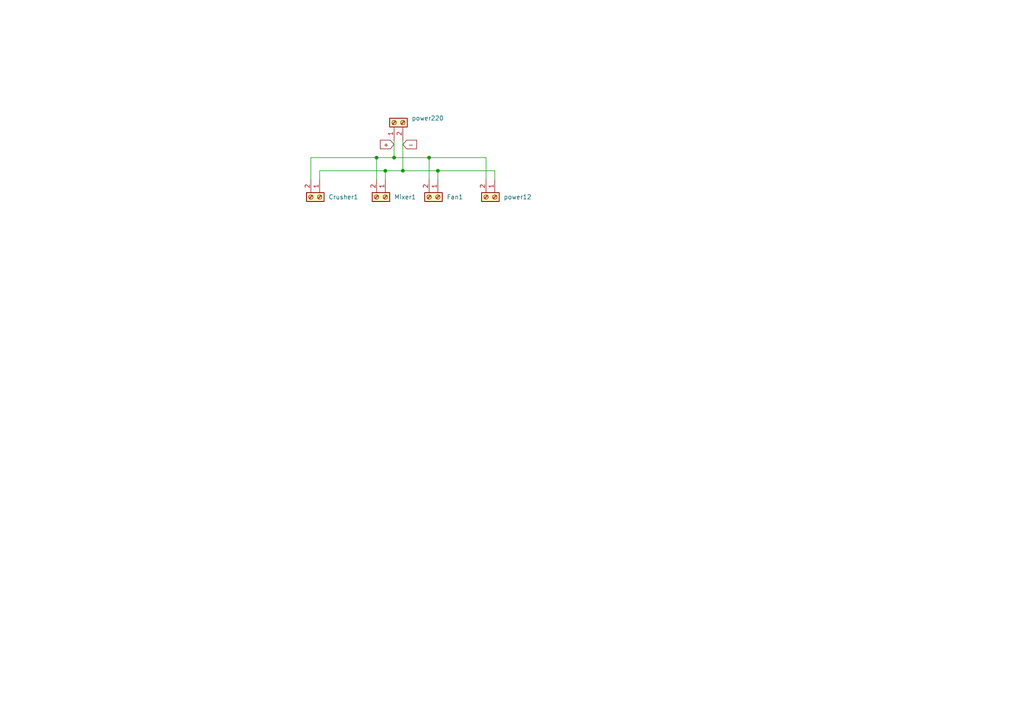
<source format=kicad_sch>
(kicad_sch (version 20230121) (generator eeschema)
  (paper "A4")
  (lib_symbols
    (symbol "Connector:Screw_Terminal_01x02" (pin_names (offset 1.016) hide)
      (property "Reference" "J" (at 0 2.54 0))
      (property "Value" "Screw_Terminal_01x02" (at 0 -5.08 0))
      (symbol "Screw_Terminal_01x02_1_1"
        (rectangle (start -1.27 1.27) (end 1.27 -3.81) (stroke (width 0.254)) (fill (type background)))
        (circle (center 0 -2.54) (radius 0.635) (stroke (width 0.1524)))
        (polyline (pts (xy -0.5334 -2.2098) (xy 0.3302 -3.048)) (stroke (width 0.1524)))
        (polyline (pts (xy -0.5334 0.3302) (xy 0.3302 -0.508)) (stroke (width 0.1524)))
        (polyline (pts (xy -0.3556 -2.032) (xy 0.508 -2.8702)) (stroke (width 0.1524)))
        (polyline (pts (xy -0.3556 0.508) (xy 0.508 -0.3302)) (stroke (width 0.1524)))
        (circle (center 0 0) (radius 0.635) (stroke (width 0.1524)))
        (pin passive line (at -5.08 0 0) (length 3.81) (name "Pin_1") (number "1"))
        (pin passive line (at -5.08 -2.54 0) (length 3.81) (name "Pin_2") (number "2"))
      )
    )
  )
  (junction (at 124.46 45.72))
  (junction (at 111.76 49.53))
  (junction (at 116.84 49.53))
  (junction (at 114.3 45.72))
  (junction (at 109.22 45.72))
  (junction (at 127 49.53))
  (wire (pts (xy 140.97 45.72) (xy 124.46 45.72)))
  (wire (pts (xy 116.84 49.53) (xy 127 49.53)))
  (wire (pts (xy 111.76 49.53) (xy 111.76 52.07)))
  (wire (pts (xy 92.71 52.07) (xy 92.71 49.53)))
  (wire (pts (xy 92.71 49.53) (xy 111.76 49.53)))
  (wire (pts (xy 114.3 45.72) (xy 114.3 40.64)))
  (wire (pts (xy 140.97 52.07) (xy 140.97 45.72)))
  (wire (pts (xy 114.3 45.72) (xy 109.22 45.72)))
  (wire (pts (xy 124.46 45.72) (xy 114.3 45.72)))
  (wire (pts (xy 90.17 45.72) (xy 90.17 52.07)))
  (wire (pts (xy 127 49.53) (xy 143.51 49.53)))
  (wire (pts (xy 109.22 45.72) (xy 109.22 52.07)))
  (wire (pts (xy 124.46 52.07) (xy 124.46 45.72)))
  (wire (pts (xy 111.76 49.53) (xy 116.84 49.53)))
  (wire (pts (xy 127 52.07) (xy 127 49.53)))
  (wire (pts (xy 109.22 45.72) (xy 90.17 45.72)))
  (wire (pts (xy 116.84 40.64) (xy 116.84 49.53)))
  (wire (pts (xy 143.51 52.07) (xy 143.51 49.53)))
  (global_label "-" (shape input) (at 116.84 41.91 0) (property "Intersheetrefs" "${INTERSHEET_REFS}" (effects hide)))
  (global_label "+" (shape input) (at 114.3 41.91 180) (property "Intersheetrefs" "${INTERSHEET_REFS}" (effects hide)))
  (symbol (lib_id "Connector:Screw_Terminal_01x02") (at 92.71 57.15 270) (unit 1)
    (property "Reference" "Crusher1" (at 95.25 57.15 90) (effects (justify left)))
    (property "Value" "Screw_Terminal_01x02" (effects hide))
    (property "Footprint" "TerminalBlock_4Ucon:TerminalBlock_4Ucon_1x02_P3.50mm_Vertical" (effects hide))
  )
  (symbol (lib_id "Connector:Screw_Terminal_01x02") (at 127 57.15 270) (unit 1)
    (property "Reference" "Fan1" (at 129.54 57.15 90) (effects (justify left)))
    (property "Value" "Screw_Terminal_01x02" (effects hide))
    (property "Footprint" "TerminalBlock_4Ucon:TerminalBlock_4Ucon_1x02_P3.50mm_Vertical" (effects hide))
  )
  (symbol (lib_id "Connector:Screw_Terminal_01x02") (at 143.51 57.15 270) (unit 1)
    (property "Reference" "power12" (at 146.05 57.15 90) (effects (justify left)))
    (property "Value" "Screw_Terminal_01x02" (effects hide))
    (property "Footprint" "TerminalBlock_4Ucon:TerminalBlock_4Ucon_1x02_P3.50mm_Vertical" (effects hide))
  )
  (symbol (lib_id "Connector:Screw_Terminal_01x02") (at 114.3 35.56 90) (unit 1)
    (property "Reference" "power220" (at 119.38 34.29 90) (effects (justify right)))
    (property "Value" "Screw_Terminal_01x02" (effects hide))
    (property "Footprint" "TerminalBlock_4Ucon:TerminalBlock_4Ucon_1x02_P3.50mm_Vertical" (effects hide))
  )
  (symbol (lib_id "Connector:Screw_Terminal_01x02") (at 111.76 57.15 270) (unit 1)
    (property "Reference" "Mixer1" (at 114.3 57.15 90) (effects (justify left)))
    (property "Value" "Screw_Terminal_01x02" (effects hide))
    (property "Footprint" "TerminalBlock_4Ucon:TerminalBlock_4Ucon_1x02_P3.50mm_Vertical" (effects hide))
  )
)
</source>
